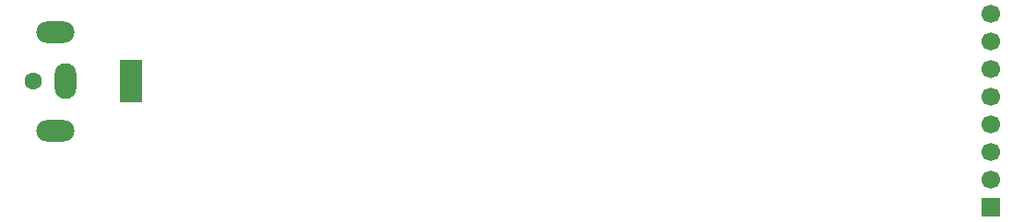
<source format=gbr>
%TF.GenerationSoftware,KiCad,Pcbnew,9.0.3*%
%TF.CreationDate,2025-11-02T19:13:38+05:00*%
%TF.ProjectId,zynq-7000-development-board,7a796e71-2d37-4303-9030-2d646576656c,rev?*%
%TF.SameCoordinates,Original*%
%TF.FileFunction,Soldermask,Bot*%
%TF.FilePolarity,Negative*%
%FSLAX46Y46*%
G04 Gerber Fmt 4.6, Leading zero omitted, Abs format (unit mm)*
G04 Created by KiCad (PCBNEW 9.0.3) date 2025-11-02 19:13:38*
%MOMM*%
%LPD*%
G01*
G04 APERTURE LIST*
%ADD10C,1.700000*%
%ADD11R,1.700000X1.700000*%
%ADD12C,1.600000*%
%ADD13R,2.000000X4.000000*%
%ADD14O,2.000000X3.300000*%
%ADD15O,3.500000X2.000000*%
G04 APERTURE END LIST*
D10*
%TO.C,J2*%
X196050000Y-105220000D03*
X196050000Y-107760000D03*
X196050000Y-110300000D03*
X196050000Y-112840000D03*
X196050000Y-115380000D03*
X196050000Y-117920000D03*
X196050000Y-120460000D03*
D11*
X196050000Y-123000000D03*
%TD*%
D12*
%TO.C,J1*%
X108180000Y-111420000D03*
D13*
X117180000Y-111420000D03*
D14*
X111180000Y-111420000D03*
D15*
X110180000Y-106920000D03*
X110180000Y-115920000D03*
%TD*%
M02*

</source>
